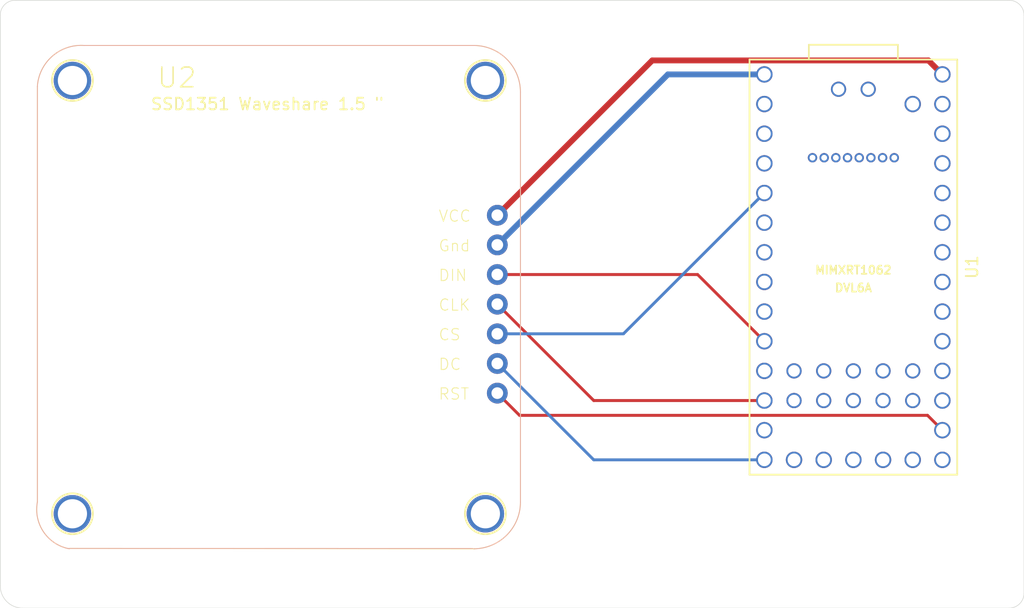
<source format=kicad_pcb>
(kicad_pcb (version 20200628) (host pcbnew "5.99.0-unknown-a61ea1f~89~ubuntu20.04.1")

  (general
    (thickness 1.6)
    (drawings 9)
    (tracks 16)
    (modules 2)
    (nets 45)
  )

  (paper "A4")
  (layers
    (0 "F.Cu" signal)
    (31 "B.Cu" signal)
    (32 "B.Adhes" user)
    (33 "F.Adhes" user)
    (34 "B.Paste" user)
    (35 "F.Paste" user)
    (36 "B.SilkS" user)
    (37 "F.SilkS" user)
    (38 "B.Mask" user)
    (39 "F.Mask" user)
    (40 "Dwgs.User" user)
    (41 "Cmts.User" user)
    (42 "Eco1.User" user)
    (43 "Eco2.User" user)
    (44 "Edge.Cuts" user)
    (45 "Margin" user)
    (46 "B.CrtYd" user)
    (47 "F.CrtYd" user)
    (48 "B.Fab" user)
    (49 "F.Fab" user)
  )

  (setup
    (stackup
      (layer "F.SilkS" (type "Top Silk Screen"))
      (layer "F.Paste" (type "Top Solder Paste"))
      (layer "F.Mask" (type "Top Solder Mask") (color "Green") (thickness 0.01))
      (layer "F.Cu" (type "copper") (thickness 0.035))
      (layer "dielectric 1" (type "core") (thickness 1.51) (material "FR4") (epsilon_r 4.5) (loss_tangent 0.02))
      (layer "B.Cu" (type "copper") (thickness 0.035))
      (layer "B.Mask" (type "Bottom Solder Mask") (color "Green") (thickness 0.01))
      (layer "B.Paste" (type "Bottom Solder Paste"))
      (layer "B.SilkS" (type "Bottom Silk Screen"))
      (copper_finish "None")
      (dielectric_constraints no)
    )
    (pcbplotparams
      (layerselection 0x010fc_ffffffff)
      (usegerberextensions false)
      (usegerberattributes true)
      (usegerberadvancedattributes true)
      (creategerberjobfile true)
      (svguseinch false)
      (svgprecision 6)
      (excludeedgelayer true)
      (linewidth 0.100000)
      (plotframeref false)
      (viasonmask false)
      (mode 1)
      (useauxorigin false)
      (hpglpennumber 1)
      (hpglpenspeed 20)
      (hpglpendiameter 15.000000)
      (psnegative false)
      (psa4output false)
      (plotreference true)
      (plotvalue true)
      (plotinvisibletext false)
      (sketchpadsonfab false)
      (subtractmaskfromsilk false)
      (outputformat 1)
      (mirror false)
      (drillshape 1)
      (scaleselection 1)
      (outputdirectory "")
    )
  )

  (net 0 "")
  (net 1 "Net-(U1-Pad44)")
  (net 2 "Net-(U1-Pad43)")
  (net 3 "Net-(U1-Pad42)")
  (net 4 "Net-(U1-Pad41)")
  (net 5 "Net-(U1-Pad40)")
  (net 6 "Net-(U1-Pad39)")
  (net 7 "Net-(U1-Pad38)")
  (net 8 "Net-(U1-Pad37)")
  (net 9 "Net-(U1-Pad36)")
  (net 10 "Net-(U1-Pad35)")
  (net 11 "Net-(U1-Pad2)")
  (net 12 "Net-(U1-Pad3)")
  (net 13 "Net-(U1-Pad4)")
  (net 14 "Net-(U1-Pad6)")
  (net 15 "Net-(U1-Pad7)")
  (net 16 "Net-(U1-Pad8)")
  (net 17 "Net-(U1-Pad9)")
  (net 18 "Net-(U1-Pad11)")
  (net 19 "Net-(U1-Pad13)")
  (net 20 "Net-(U1-Pad33)")
  (net 21 "Net-(U1-Pad32)")
  (net 22 "Net-(U1-Pad31)")
  (net 23 "Net-(U1-Pad30)")
  (net 24 "Net-(U1-Pad29)")
  (net 25 "Net-(U1-Pad28)")
  (net 26 "Net-(U1-Pad27)")
  (net 27 "Net-(U1-Pad26)")
  (net 28 "Net-(U1-Pad25)")
  (net 29 "Net-(U1-Pad24)")
  (net 30 "Net-(U1-Pad23)")
  (net 31 "Net-(U1-Pad22)")
  (net 32 "Net-(U1-Pad15)")
  (net 33 "Net-(U1-Pad16)")
  (net 34 "Net-(U1-Pad20)")
  (net 35 "Net-(U1-Pad19)")
  (net 36 "Net-(U1-Pad18)")
  (net 37 "Net-(U1-Pad17)")
  (net 38 "Net-(U1-Pad1)")
  (net 39 "Net-(U1-Pad5)")
  (net 40 "Net-(U1-Pad10)")
  (net 41 "Net-(U1-Pad12)")
  (net 42 "Net-(U1-Pad34)")
  (net 43 "Net-(U1-Pad21)")
  (net 44 "Net-(U1-Pad14)")

  (module "Teensy:Teensy40_SMT" (layer "F.Cu") (tedit 5E1880CB) (tstamp 8162b6c0-64fd-40a0-9567-fa49f4a1b1c0)
    (at 972.185 36.195 -90)
    (path "/6616c3fb-93b5-47a8-bfa7-91ec7bef9974")
    (fp_text reference "U1" (at 0 -10.16 90) (layer "F.SilkS")
      (effects (font (size 1 1) (thickness 0.15)))
    )
    (fp_text value "Teensy4.0" (at 0 10.16 90) (layer "F.Fab")
      (effects (font (size 1 1) (thickness 0.15)))
    )
    (fp_text user "MIMXRT1062" (at 0.254 0) (layer "F.SilkS")
      (effects (font (size 0.7 0.7) (thickness 0.15)))
    )
    (fp_text user "DVL6A" (at 1.778 0) (layer "F.SilkS")
      (effects (font (size 0.7 0.7) (thickness 0.15)))
    )
    (fp_line (start 16.51 -8.6) (end 16.51 8.6) (layer "Dwgs.User") (width 0.12))
    (fp_poly (pts (xy -9.5 3.25) (xy -7.5 3.25) (xy -7.5 3.75) (xy -9.5 3.75)) (layer "Eco1.User") (width 0.1))
    (fp_poly (pts (xy -9.5 2.25) (xy -7.5 2.25) (xy -7.5 2.75) (xy -9.5 2.75)) (layer "Eco1.User") (width 0.1))
    (fp_poly (pts (xy -9.5 1.25) (xy -7.5 1.25) (xy -7.5 1.75) (xy -9.5 1.75)) (layer "Eco1.User") (width 0.1))
    (fp_poly (pts (xy -9.5 0.25) (xy -7.5 0.25) (xy -7.5 0.75) (xy -9.5 0.75)) (layer "Eco1.User") (width 0.1))
    (fp_poly (pts (xy -9.5 -0.75) (xy -7.5 -0.75) (xy -7.5 -0.25) (xy -9.5 -0.25)) (layer "Eco1.User") (width 0.1))
    (fp_poly (pts (xy -9.5 -1.75) (xy -7.5 -1.75) (xy -7.5 -1.25) (xy -9.5 -1.25)) (layer "Eco1.User") (width 0.1))
    (fp_poly (pts (xy -9.5 -2.75) (xy -7.5 -2.75) (xy -7.5 -2.25) (xy -9.5 -2.25)) (layer "Eco1.User") (width 0.1))
    (fp_poly (pts (xy -9.5 -3.75) (xy -7.5 -3.75) (xy -7.5 -3.25) (xy -9.5 -3.25)) (layer "Eco1.User") (width 0.1))
    (fp_poly (pts (xy -17.272 -0.762) (xy -14.732 -0.762) (xy -14.732 -1.778) (xy -17.272 -1.778)) (layer "Eco1.User") (width 0.1))
    (fp_poly (pts (xy -17.272 1.778) (xy -14.732 1.778) (xy -14.732 0.762) (xy -17.272 0.762)) (layer "Eco1.User") (width 0.1))
    (fp_poly (pts (xy 6.858 5.588) (xy 9.398 5.588) (xy 9.398 4.572) (xy 6.858 4.572)) (layer "Eco1.User") (width 0.1))
    (fp_poly (pts (xy 6.858 3.048) (xy 9.398 3.048) (xy 9.398 2.032) (xy 6.858 2.032)) (layer "Eco1.User") (width 0.1))
    (fp_poly (pts (xy 6.858 0.508) (xy 9.398 0.508) (xy 9.398 -0.508) (xy 6.858 -0.508)) (layer "Eco1.User") (width 0.1))
    (fp_poly (pts (xy 6.858 -2.032) (xy 9.398 -2.032) (xy 9.398 -3.048) (xy 6.858 -3.048)) (layer "Eco1.User") (width 0.1))
    (fp_poly (pts (xy 6.858 -4.572) (xy 9.398 -4.572) (xy 9.398 -5.588) (xy 6.858 -5.588)) (layer "Eco1.User") (width 0.1))
    (fp_poly (pts (xy 10.922 -4.572) (xy 13.462 -4.572) (xy 13.462 -5.588) (xy 10.922 -5.588)) (layer "Eco1.User") (width 0.1))
    (fp_poly (pts (xy 10.922 -2.032) (xy 13.462 -2.032) (xy 13.462 -3.048) (xy 10.922 -3.048)) (layer "Eco1.User") (width 0.1))
    (fp_poly (pts (xy 10.922 0.508) (xy 13.462 0.508) (xy 13.462 -0.508) (xy 10.922 -0.508)) (layer "Eco1.User") (width 0.1))
    (fp_poly (pts (xy 10.922 3.048) (xy 13.462 3.048) (xy 13.462 2.032) (xy 10.922 2.032)) (layer "Eco1.User") (width 0.1))
    (fp_poly (pts (xy 10.922 5.588) (xy 13.462 5.588) (xy 13.462 4.572) (xy 10.922 4.572)) (layer "Eco1.User") (width 0.1))
    (fp_line (start 13.97 8.6) (end 13.97 -8.6) (layer "Dwgs.User") (width 0.12))
    (fp_line (start 16.51 8.6) (end 13.97 8.6) (layer "Dwgs.User") (width 0.12))
    (fp_line (start 13.97 -8.6) (end 16.51 -8.6) (layer "Dwgs.User") (width 0.12))
    (fp_line (start 11.43 -8.6) (end 8.89 -8.6) (layer "Dwgs.User") (width 0.12))
    (fp_line (start 11.43 8.6) (end 11.43 -8.6) (layer "Dwgs.User") (width 0.12))
    (fp_line (start 8.89 8.6) (end 11.43 8.6) (layer "Dwgs.User") (width 0.12))
    (fp_line (start 8.89 -8.6) (end 8.89 8.6) (layer "Dwgs.User") (width 0.12))
    (fp_line (start 7 -7.64) (end 7 7.6) (layer "Dwgs.User") (width 0.12))
    (fp_line (start -9.39 -7.62) (end 7 -7.6) (layer "Dwgs.User") (width 0.12))
    (fp_line (start -9.39 7.62) (end 7 7.62) (layer "Dwgs.User") (width 0.12))
    (fp_line (start -9.39 -7.62) (end -9.39 7.62) (layer "Dwgs.User") (width 0.12))
    (fp_line (start -17.78 -7.62) (end -17.78 7.62) (layer "Dwgs.User") (width 0.12))
    (fp_line (start -17.78 7.62) (end -15.24 7.62) (layer "Dwgs.User") (width 0.12))
    (fp_line (start -17.78 -7.62) (end -15.24 -7.62) (layer "Dwgs.User") (width 0.12))
    (fp_line (start -15.24 -7.62) (end -15.24 7.62) (layer "Dwgs.User") (width 0.15))
    (fp_line (start -19.05 3.81) (end -17.78 3.81) (layer "F.SilkS") (width 0.15))
    (fp_line (start -19.05 -3.81) (end -19.05 3.81) (layer "F.SilkS") (width 0.15))
    (fp_line (start -17.78 -3.81) (end -19.05 -3.81) (layer "F.SilkS") (width 0.15))
    (fp_line (start 17.78 -8.89) (end -17.78 -8.89) (layer "F.SilkS") (width 0.15))
    (fp_line (start 17.78 8.89) (end 17.78 -8.89) (layer "F.SilkS") (width 0.15))
    (fp_line (start -17.78 8.89) (end 17.78 8.89) (layer "F.SilkS") (width 0.15))
    (fp_line (start -17.78 -8.89) (end -17.78 8.89) (layer "F.SilkS") (width 0.15))
    (pad "13" thru_hole circle (at 13.97 7.62 270) (size 1.404 1.404) (drill 1.1) (layers *.Cu *.Mask)
      (net 19 "Net-(U1-Pad13)") (pinfunction "11_MOSI_CTX1") (tstamp 26945fb8-8a83-4703-94d7-cf67bca1a2ae))
    (pad "33" thru_hole circle (at -16.51 -7.62 270) (size 1.404 1.404) (drill 1.1) (layers *.Cu *.Mask)
      (net 20 "Net-(U1-Pad33)") (pinfunction "VIN") (tstamp c86d6606-625d-48db-9ade-6c71b4b0d633))
    (pad "34" thru_hole circle (at -13.97 -5.08 270) (size 1.404 1.404) (drill 1.1) (layers *.Cu *.Mask)
      (net 42 "Net-(U1-Pad34)") (pinfunction "VUSB") (tstamp c54545bc-6ef2-48eb-9434-3e0f724c8f65))
    (pad "32" thru_hole circle (at -13.97 -7.62 270) (size 1.404 1.404) (drill 1.1) (layers *.Cu *.Mask)
      (net 21 "Net-(U1-Pad32)") (pinfunction "GND") (tstamp e36c9e99-40d0-4417-b158-ffb4bb7160b5))
    (pad "31" thru_hole circle (at -11.43 -7.62 270) (size 1.404 1.404) (drill 1.1) (layers *.Cu *.Mask)
      (net 22 "Net-(U1-Pad31)") (pinfunction "3V3") (tstamp e8737e58-5670-44ed-ac28-91e5f5bcab55))
    (pad "30" thru_hole circle (at -8.89 -7.62 270) (size 1.404 1.404) (drill 1.1) (layers *.Cu *.Mask)
      (net 23 "Net-(U1-Pad30)") (pinfunction "23_A9_CRX1_MCLK1") (tstamp e3d4d740-68e3-4d6d-b96c-bdc1bca61c58))
    (pad "29" thru_hole circle (at -6.35 -7.62 270) (size 1.404 1.404) (drill 1.1) (layers *.Cu *.Mask)
      (net 24 "Net-(U1-Pad29)") (pinfunction "22_A8_CTX1") (tstamp 38950a07-2a26-44ec-9c61-7f3ebbec23f6))
    (pad "28" thru_hole circle (at -3.81 -7.62 270) (size 1.404 1.404) (drill 1.1) (layers *.Cu *.Mask)
      (net 25 "Net-(U1-Pad28)") (pinfunction "21_A7_RX5_BCLK1") (tstamp 8173d44c-aff6-480a-8f50-3030d0fa2f57))
    (pad "27" thru_hole circle (at -1.27 -7.62 270) (size 1.404 1.404) (drill 1.1) (layers *.Cu *.Mask)
      (net 26 "Net-(U1-Pad27)") (pinfunction "20_A6_TX5_LRCLK1") (tstamp 8e5ea44f-b17d-499c-ad93-3e329eccff00))
    (pad "26" thru_hole circle (at 1.27 -7.62 270) (size 1.404 1.404) (drill 1.1) (layers *.Cu *.Mask)
      (net 27 "Net-(U1-Pad26)") (pinfunction "19_A5_SCL0") (tstamp 1ec6087b-18c6-433a-80a1-90a9a41f5ee8))
    (pad "25" thru_hole circle (at 3.81 -7.62 270) (size 1.404 1.404) (drill 1.1) (layers *.Cu *.Mask)
      (net 28 "Net-(U1-Pad25)") (pinfunction "18_A4_SDA0") (tstamp 1b2b02a1-eeb9-4895-a4b6-fabc6c695a6c))
    (pad "24" thru_hole circle (at 6.35 -7.62 270) (size 1.404 1.404) (drill 1.1) (layers *.Cu *.Mask)
      (net 29 "Net-(U1-Pad24)") (pinfunction "17_A3_TX4_SDA1") (tstamp d3f55665-7cc2-4abb-ae61-00dc9a1f41bd))
    (pad "23" thru_hole circle (at 8.89 -7.62 270) (size 1.404 1.404) (drill 1.1) (layers *.Cu *.Mask)
      (net 30 "Net-(U1-Pad23)") (pinfunction "16_A2_RX4_SCL1") (tstamp 1354a1d2-06ba-48c3-9a9e-06cd578fe954))
    (pad "22" thru_hole circle (at 11.43 -7.62 270) (size 1.404 1.404) (drill 1.1) (layers *.Cu *.Mask)
      (net 31 "Net-(U1-Pad22)") (pinfunction "15_A1_RX3_SPDIF_IN") (tstamp b087916e-7a96-41b4-8ef1-70f82197ca3a))
    (pad "21" thru_hole circle (at 13.97 -7.62 270) (size 1.404 1.404) (drill 1.1) (layers *.Cu *.Mask)
      (net 43 "Net-(U1-Pad21)") (pinfunction "14_A0_TX3_SPDIF_OUT") (tstamp 60e828a0-f0c9-4d80-ac05-25f42d1dac65))
    (pad "20" thru_hole circle (at 16.51 -7.62 270) (size 1.404 1.404) (drill 1.1) (layers *.Cu *.Mask)
      (net 34 "Net-(U1-Pad20)") (pinfunction "13_SCK_CRX1_LED") (tstamp ee390555-9d64-4cae-8e58-418400dda297))
    (pad "19" thru_hole circle (at 16.51 -5.08 270) (size 1.404 1.404) (drill 1.1) (layers *.Cu *.Mask)
      (net 35 "Net-(U1-Pad19)") (pinfunction "ON_OFF") (tstamp 4751cda9-a559-46f3-b4d5-06efed655267))
    (pad "18" thru_hole circle (at 16.51 -2.54 270) (size 1.404 1.404) (drill 1.1) (layers *.Cu *.Mask)
      (net 36 "Net-(U1-Pad18)") (pinfunction "PROGRAM") (tstamp 25e526c3-15c7-4109-aa77-05bd640d0e3d))
    (pad "17" thru_hole circle (at 16.51 0 270) (size 1.404 1.404) (drill 1.1) (layers *.Cu *.Mask)
      (net 37 "Net-(U1-Pad17)") (pinfunction "GND") (tstamp 3bf72dde-1a0d-47f2-b6c7-47f7b7ada485))
    (pad "16" thru_hole circle (at 16.51 2.54 270) (size 1.404 1.404) (drill 1.1) (layers *.Cu *.Mask)
      (net 33 "Net-(U1-Pad16)") (pinfunction "3V3") (tstamp 2b08cff2-331d-4e2c-8db2-9a032e75944d))
    (pad "15" thru_hole circle (at 16.51 5.08 270) (size 1.404 1.404) (drill 1.1) (layers *.Cu *.Mask)
      (net 32 "Net-(U1-Pad15)") (pinfunction "VBAT") (tstamp db1803c9-b689-4154-a7d7-c942dca6ca96))
    (pad "14" thru_hole circle (at 16.51 7.62 270) (size 1.404 1.404) (drill 1.1) (layers *.Cu *.Mask)
      (net 44 "Net-(U1-Pad14)") (pinfunction "12_MISO_MQSL") (tstamp 5691f6a7-c461-4b39-8885-36dd92b23eed))
    (pad "12" thru_hole circle (at 11.43 7.62 270) (size 1.404 1.404) (drill 1.1) (layers *.Cu *.Mask)
      (net 41 "Net-(U1-Pad12)") (pinfunction "10_CS_MQSR") (tstamp a34b5e9b-1f37-40f1-b258-e875d31afcc3))
    (pad "11" thru_hole circle (at 8.89 7.62 270) (size 1.404 1.404) (drill 1.1) (layers *.Cu *.Mask)
      (net 18 "Net-(U1-Pad11)") (pinfunction "9_OUT1C") (tstamp db073180-75d6-41fa-999b-0071f1e9f792))
    (pad "10" thru_hole circle (at 6.35 7.62 270) (size 1.404 1.404) (drill 1.1) (layers *.Cu *.Mask)
      (net 40 "Net-(U1-Pad10)") (pinfunction "8_TX2_IN1") (tstamp 29ab593f-4414-44a8-afd3-fe85d100731d))
    (pad "9" thru_hole circle (at 3.81 7.62 270) (size 1.404 1.404) (drill 1.1) (layers *.Cu *.Mask)
      (net 17 "Net-(U1-Pad9)") (pinfunction "7_RX2_OUT1A") (tstamp 4fa650be-1828-4f82-a332-fcedb37d2a2c))
    (pad "8" thru_hole circle (at 1.27 7.62 270) (size 1.404 1.404) (drill 1.1) (layers *.Cu *.Mask)
      (net 16 "Net-(U1-Pad8)") (pinfunction "6_OUT1D") (tstamp 31b83661-ab69-498a-82ee-141daf461253))
    (pad "7" thru_hole circle (at -1.27 7.62 270) (size 1.404 1.404) (drill 1.1) (layers *.Cu *.Mask)
      (net 15 "Net-(U1-Pad7)") (pinfunction "5_IN2") (tstamp e0f375ad-42cf-494f-9e41-a9ecdc82870c))
    (pad "6" thru_hole circle (at -3.81 7.62 270) (size 1.404 1.404) (drill 1.1) (layers *.Cu *.Mask)
      (net 14 "Net-(U1-Pad6)") (pinfunction "4_BCLK2") (tstamp 603bebd8-9fff-4d05-b771-f12fa4e96ce9))
    (pad "5" thru_hole circle (at -6.35 7.62 270) (size 1.404 1.404) (drill 1.1) (layers *.Cu *.Mask)
      (net 39 "Net-(U1-Pad5)") (pinfunction "3_LRCLK2") (tstamp 35810e5e-8b4a-44a4-a8e1-a0856b7e6517))
    (pad "4" thru_hole circle (at -8.89 7.62 270) (size 1.404 1.404) (drill 1.1) (layers *.Cu *.Mask)
      (net 13 "Net-(U1-Pad4)") (pinfunction "2_OUT2") (tstamp cc4b7ae7-cba9-4d4c-a428-1335c674ae25))
    (pad "3" thru_hole circle (at -11.43 7.62 270) (size 1.404 1.404) (drill 1.1) (layers *.Cu *.Mask)
      (net 12 "Net-(U1-Pad3)") (pinfunction "1_TX1_CTX2_MISO1") (tstamp c1c60ab6-01b2-4eba-b03e-b4e34a47997f))
    (pad "54" thru_hole circle (at -15.24 1.27 270) (size 1.304 1.304) (drill 1) (layers *.Cu *.Mask) (tstamp 674cf0ec-da74-406e-aacc-8fcccf52ef0c))
    (pad "53" thru_hole circle (at -15.24 -1.27 270) (size 1.304 1.304) (drill 1) (layers *.Cu *.Mask) (tstamp 31c5b070-77ad-4891-91d0-6cbd5033cae5))
    (pad "52" thru_hole circle (at -9.3716 3.5 270) (size 0.804 0.804) (drill 0.5) (layers *.Cu *.Mask) (tstamp 67370d80-2677-44ac-955e-1e2f629feb36))
    (pad "51" thru_hole circle (at -9.3716 2.5 270) (size 0.804 0.804) (drill 0.5) (layers *.Cu *.Mask) (tstamp c9dfdd3a-4e90-4e5c-a53c-0cf2eae13b4c))
    (pad "50" thru_hole circle (at -9.3716 1.5 270) (size 0.804 0.804) (drill 0.5) (layers *.Cu *.Mask) (tstamp 38b9079b-7b32-4bbb-a5b9-593d6592b1ad))
    (pad "49" thru_hole circle (at -9.3716 0.5 270) (size 0.804 0.804) (drill 0.5) (layers *.Cu *.Mask) (tstamp a242bf03-7c68-4506-bf9d-bcbff21a9c56))
    (pad "48" thru_hole circle (at -9.3716 -0.5 270) (size 0.804 0.804) (drill 0.5) (layers *.Cu *.Mask) (tstamp 3f18951d-72ad-427f-8196-472b1afcf9f7))
    (pad "47" thru_hole circle (at -9.3716 -1.5 270) (size 0.804 0.804) (drill 0.5) (layers *.Cu *.Mask) (tstamp 6d32cc04-7607-4843-9f50-1d11a9859b0d))
    (pad "46" thru_hole circle (at -9.3716 -2.5 270) (size 0.804 0.804) (drill 0.5) (layers *.Cu *.Mask) (tstamp 7eff09c9-5e9d-41dd-9b5e-60f789dbb894))
    (pad "45" thru_hole circle (at -9.3716 -3.5 270) (size 0.804 0.804) (drill 0.5) (layers *.Cu *.Mask) (tstamp 76f94e17-c395-4267-8ae3-6c0503f4126b))
    (pad "44" thru_hole circle (at 8.89 5.08 270) (size 1.304 1.304) (drill 1) (layers *.Cu *.Mask)
      (net 1 "Net-(U1-Pad44)") (pinfunction "33_MCLK2") (tstamp f5f9680c-1f2a-47da-9dd9-4e2b10a4838c))
    (pad "43" thru_hole circle (at 11.43 5.08 270) (size 1.304 1.304) (drill 1) (layers *.Cu *.Mask)
      (net 2 "Net-(U1-Pad43)") (pinfunction "32_OUT1B") (tstamp 854669e4-cdba-46dd-93a2-15fa08206fef))
    (pad "42" thru_hole circle (at 8.89 2.54 270) (size 1.304 1.304) (drill 1) (layers *.Cu *.Mask)
      (net 3 "Net-(U1-Pad42)") (pinfunction "31_CTX3") (tstamp 8481365c-aa6f-488d-a179-38edf4bf7e4d))
    (pad "41" thru_hole circle (at 11.43 2.54 270) (size 1.304 1.304) (drill 1) (layers *.Cu *.Mask)
      (net 4 "Net-(U1-Pad41)") (pinfunction "30_CRX3") (tstamp dc7efc03-c880-41b1-868d-f86fa4ca8e4d))
    (pad "40" thru_hole circle (at 8.89 0 270) (size 1.304 1.304) (drill 1) (layers *.Cu *.Mask)
      (net 5 "Net-(U1-Pad40)") (pinfunction "29_TX7") (tstamp 6b6cf741-8250-4fd9-a6ea-d5d3d7ee5574))
    (pad "39" thru_hole circle (at 11.43 0 270) (size 1.304 1.304) (drill 1) (layers *.Cu *.Mask)
      (net 6 "Net-(U1-Pad39)") (pinfunction "28_RX7") (tstamp 8277365b-30e6-4d28-bbe7-f4d531119e2f))
    (pad "38" thru_hole circle (at 8.89 -2.54 270) (size 1.304 1.304) (drill 1) (layers *.Cu *.Mask)
      (net 7 "Net-(U1-Pad38)") (pinfunction "27_A13_SCK1") (tstamp 1a630da5-880b-4a32-b6fb-7b07c509be12))
    (pad "37" thru_hole circle (at 11.43 -2.54 270) (size 1.304 1.304) (drill 1) (layers *.Cu *.Mask)
      (net 8 "Net-(U1-Pad37)") (pinfunction "26_A12_MOSI1") (tstamp 7cde2afa-913f-4b8a-8ab8-610cd8f81ccb))
    (pad "36" thru_hole circle (at 8.89 -5.08 270) (size 1.304 1.304) (drill 1) (layers *.Cu *.Mask)
      (net 9 "Net-(U1-Pad36)") (pinfunction "25_A11_RX6_SDA2") (tstamp 855751cf-f4d1-4441-a474-0d2af2ecca99))
    (pad "35" thru_hole circle (at 11.43 -5.08 270) (size 1.304 1.304) (drill 1) (layers *.Cu *.Mask)
      (net 10 "Net-(U1-Pad35)") (pinfunction "24_A10_TX6_SCL2") (tstamp 0129b20f-9cc4-449d-9423-50df90b308d8))
    (pad "2" thru_hole circle (at -13.97 7.62 270) (size 1.404 1.404) (drill 1.1) (layers *.Cu *.Mask)
      (net 11 "Net-(U1-Pad2)") (pinfunction "0_RX1_CRX2_CS1") (tstamp ab4033ed-4ba9-4dfa-8354-33a7ace11f51))
    (pad "1" thru_hole circle (at -16.51 7.62 270) (size 1.404 1.404) (drill 1.1) (layers *.Cu *.Mask)
      (net 38 "Net-(U1-Pad1)") (pinfunction "GND") (tstamp 8f7eea99-72ef-4d68-815b-865690b519db))
    (model "${KICAD_USER_DIR}/teensy.pretty/Teensy_4.0_Assembly.STEP"
      (offset (xyz 33 9.5 -11))
      (scale (xyz 1 1 1))
      (rotate (xyz -90 0 0))
    )
  )

  (module "DWP2020 prototype:SSD1351_128X128_LCD Waveshare" (layer "F.Cu") (tedit 5EEE05CA) (tstamp 2c088d78-a7f8-42f8-979b-24cc79aaf06c)
    (at 921.385 37.465)
    (path "/74572b16-3584-4479-b044-a465da731b08")
    (fp_text reference "U2" (at -8.89 -16.51) (layer "F.SilkS")
      (effects (font (size 1.6891 1.6891) (thickness 0.135128)) (justify left bottom))
    )
    (fp_text value "SSD1351_128X128_Waveshare" (at 0 0) (layer "F.SilkS") hide
      (effects (font (size 1.27 1.27) (thickness 0.15)))
    )
    (fp_text user "CS" (at 15.24 5.08) (layer "F.SilkS")
      (effects (font (size 0.9652 0.9652) (thickness 0.08128)) (justify left bottom))
    )
    (fp_poly (pts (xy 20.066009 4.699009) (xy 20.574009 4.699009) (xy 20.574009 4.191009) (xy 20.066009 4.191009)) (layer "F.Fab") (width 0))
    (fp_poly (pts (xy 20.066009 7.239009) (xy 20.574009 7.239009) (xy 20.574009 6.731009) (xy 20.066009 6.731009)) (layer "F.Fab") (width 0))
    (fp_circle (center -16.05 -17.26) (end -15.05 -17.26) (layer "B.CrtYd") (width 2.032))
    (fp_circle (center -16.05 -17.26) (end -15.05 -17.26) (layer "F.CrtYd") (width 2.032))
    (fp_circle (center -16.05 -17.26) (end -14.3 -17.26) (layer "F.SilkS") (width 0.1524))
    (fp_circle (center 19.3 19.86) (end 20.3 19.86) (layer "B.CrtYd") (width 2.032))
    (fp_circle (center 19.3 19.86) (end 20.3 19.86) (layer "F.CrtYd") (width 2.032))
    (fp_circle (center 19.3 19.86) (end 21.05 19.86) (layer "F.SilkS") (width 0.1524))
    (fp_circle (center -16.05 19.86) (end -15.05 19.86) (layer "B.CrtYd") (width 2.032))
    (fp_circle (center -16.05 19.86) (end -15.05 19.86) (layer "F.CrtYd") (width 2.032))
    (fp_circle (center -16.05 19.86) (end -14.3 19.86) (layer "F.SilkS") (width 0.1524))
    (fp_circle (center 19.3 -17.26) (end 20.3 -17.26) (layer "B.CrtYd") (width 2.032))
    (fp_circle (center 19.3 -17.26) (end 20.3 -17.26) (layer "F.CrtYd") (width 2.032))
    (fp_circle (center 19.3 -17.26) (end 21.05 -17.26) (layer "F.SilkS") (width 0.1524))
    (fp_poly (pts (xy 20.06601 -2.920991) (xy 20.57401 -2.920991) (xy 20.57401 -3.428991) (xy 20.06601 -3.428991)) (layer "F.Fab") (width 0))
    (fp_poly (pts (xy 20.066009 9.779009) (xy 20.574009 9.779009) (xy 20.574009 9.271009) (xy 20.066009 9.271009)) (layer "F.Fab") (width 0))
    (fp_poly (pts (xy 20.06601 2.159009) (xy 20.57401 2.159009) (xy 20.57401 1.651009) (xy 20.06601 1.651009)) (layer "F.Fab") (width 0))
    (fp_poly (pts (xy 20.06601 -0.380991) (xy 20.57401 -0.380991) (xy 20.57401 -0.888991) (xy 20.06601 -0.888991)) (layer "F.Fab") (width 0))
    (fp_poly (pts (xy 20.06601 -5.460991) (xy 20.57401 -5.460991) (xy 20.57401 -5.968991) (xy 20.06601 -5.968991)) (layer "F.Fab") (width 0))
    (fp_text user "CLK" (at 15.24 2.54) (layer "F.SilkS")
      (effects (font (size 0.9652 0.9652) (thickness 0.08128)) (justify left bottom))
    )
    (fp_text user "RST" (at 15.24 10.16) (layer "F.SilkS")
      (effects (font (size 0.9652 0.9652) (thickness 0.08128)) (justify left bottom))
    )
    (fp_text user "DC" (at 15.24 7.62) (layer "F.SilkS")
      (effects (font (size 0.9652 0.9652) (thickness 0.08128)) (justify left bottom))
    )
    (fp_text user "DIN" (at 15.24 0) (layer "F.SilkS")
      (effects (font (size 0.9652 0.9652) (thickness 0.08128)) (justify left bottom))
    )
    (fp_text user "VCC" (at 15.24 -5.08) (layer "F.SilkS")
      (effects (font (size 0.9652 0.9652) (thickness 0.08128)) (justify left bottom))
    )
    (fp_text user "Gnd" (at 15.24 -2.54) (layer "F.SilkS")
      (effects (font (size 0.9652 0.9652) (thickness 0.08128)) (justify left bottom))
    )
    (fp_line (start 18.206468 22.834625) (end -16.447431 22.829253) (layer "B.SilkS") (width 0.080009))
    (fp_arc (start -15.685007 19.495007) (end -19.05 18.860009) (angle -89.999961) (layer "B.SilkS") (width 0.080009))
    (fp_arc (start 18.300013 18.860007) (end 18.299987 22.86) (angle -90.000363) (layer "B.SilkS") (width 0.080009))
    (fp_line (start 22.300006 -16.259987) (end 22.300006 18.860009) (layer "B.SilkS") (width 0.080009))
    (fp_arc (start 18.300013 -16.260013) (end 22.300006 -16.259987) (angle -90.000766) (layer "B.SilkS") (width 0.080009))
    (fp_line (start -15.050009 -20.260006) (end 18.299987 -20.260006) (layer "B.SilkS") (width 0.080009))
    (fp_arc (start -15.299988 -16.509991) (end -15.050009 -20.260006) (angle -89.999384) (layer "B.SilkS") (width 0.080009))
    (fp_line (start -19.05 18.860009) (end -19.05 -16.760012) (layer "B.SilkS") (width 0.080009))
    (fp_line (start 18.365337 22.8664) (end -16.257765 22.82925) (layer "F.SilkS") (width 0.080009))
    (fp_arc (start -15.685007 19.495007) (end -19.05 18.860009) (angle -89.999961) (layer "F.SilkS") (width 0.080009))
    (fp_arc (start 18.300013 18.860007) (end 18.299987 22.86) (angle -90.000363) (layer "F.SilkS") (width 0.080009))
    (fp_line (start 22.300006 -16.259987) (end 22.300006 18.860009) (layer "F.SilkS") (width 0.080009))
    (fp_arc (start 18.300013 -16.260013) (end 22.300006 -16.259987) (angle -90.000766) (layer "F.SilkS") (width 0.080009))
    (fp_line (start -15.050009 -20.260006) (end 18.299987 -20.260006) (layer "F.SilkS") (width 0.080009))
    (fp_arc (start -15.299988 -16.509991) (end -15.050009 -20.260006) (angle -89.999384) (layer "F.SilkS") (width 0.080009))
    (fp_line (start -19.05 18.860009) (end -19.05 -16.760012) (layer "F.SilkS") (width 0.080009))
    (pad "JP1$6" thru_hole circle (at 20.32 6.985 90) (size 1.778 1.778) (drill 1) (layers *.Cu *.Mask)
      (net 44 "Net-(U1-Pad14)") (pinfunction "DC") (solder_mask_margin 0.1016) (tstamp f2ffee76-3d1c-4e5e-8457-f3a1e731f55b))
    (pad "JP1$5" thru_hole circle (at 20.32 4.445 90) (size 1.778 1.778) (drill 1) (layers *.Cu *.Mask)
      (net 39 "Net-(U1-Pad5)") (pinfunction "CS") (solder_mask_margin 0.1016) (tstamp 165f0541-a537-481f-990a-f2cb8889ea5f))
    (pad "U$26$P$1" thru_hole circle (at -16.050006 -17.260012) (size 3.2 3.2) (drill 2.5) (layers *.Cu *.Mask)
      (solder_mask_margin 0.1016) (tstamp 2d156834-a748-4a33-8aed-71ab6ea4b57f))
    (pad "U$25$P$1" thru_hole circle (at 19.300012 19.860006) (size 3.2 3.2) (drill 2.5) (layers *.Cu *.Mask)
      (solder_mask_margin 0.1016) (tstamp c585a236-bb4d-4736-98c0-c85a10664390))
    (pad "U$24$P$1" thru_hole circle (at -16.050006 19.860006) (size 3.2 3.2) (drill 2.5) (layers *.Cu *.Mask)
      (solder_mask_margin 0.1016) (tstamp b2b0cb78-6571-4030-90db-2b35ad5db6dc))
    (pad "U$23$P$1" thru_hole circle (at 19.300012 -17.260012) (size 3.2 3.2) (drill 2.5) (layers *.Cu *.Mask)
      (solder_mask_margin 0.1016) (tstamp 4b6d7bb5-b8bb-4325-89ed-c6dd18dc9ae8))
    (pad "JP1$2" thru_hole circle (at 20.32 -3.175 90) (size 1.778 1.778) (drill 1) (layers *.Cu *.Mask)
      (net 38 "Net-(U1-Pad1)") (pinfunction "GND") (solder_mask_margin 0.1016) (tstamp 5d0d1f9c-0817-4c0a-8820-96b1a659e797))
    (pad "JP1$1" thru_hole circle (at 20.32 -5.715 90) (size 1.778 1.778) (drill 1) (layers *.Cu *.Mask)
      (net 20 "Net-(U1-Pad33)") (pinfunction "VCC") (solder_mask_margin 0.1016) (tstamp dfecb0cd-8f87-406f-9ab4-59cac6fb7c7f))
    (pad "JP1$3" thru_hole circle (at 20.32 -0.635 90) (size 1.778 1.778) (drill 1) (layers *.Cu *.Mask)
      (net 40 "Net-(U1-Pad10)") (pinfunction "DIN") (solder_mask_margin 0.1016) (tstamp f73e2873-10d4-4a20-ad9c-6cfded4bee40))
    (pad "JP1$4" thru_hole circle (at 20.32 1.905 90) (size 1.778 1.778) (drill 1) (layers *.Cu *.Mask)
      (net 41 "Net-(U1-Pad12)") (pinfunction "CLK") (solder_mask_margin 0.1016) (tstamp 3e663628-8a0d-4905-98e6-1852e7d0b5bb))
    (pad "JP1$7" thru_hole circle (at 20.32 9.525 90) (size 1.778 1.778) (drill 1) (layers *.Cu *.Mask)
      (net 43 "Net-(U1-Pad21)") (pinfunction "RST") (solder_mask_margin 0.1016) (tstamp ec75275a-9617-40c7-810b-5a4f8bcbe3d8))
  )

  (gr_text "SSD1351 Waveshare 1.5 \"" (at 922.02 22.225) (layer "F.SilkS") (tstamp 0d5edf67-c445-4965-bf31-9477bcd76d91)
    (effects (font (size 1 1) (thickness 0.15)))
  )
  (gr_arc (start 985.52 14.605) (end 986.79 14.605) (angle -90) (layer "Edge.Cuts") (width 0.05) (tstamp 6cba5782-a058-4efb-bcac-3bfe314fb4b1))
  (gr_arc (start 985.52 64.135) (end 985.52 65.405) (angle -90) (layer "Edge.Cuts") (width 0.05) (tstamp 2d72d6fd-27d9-4aad-8c07-7158a9c5440e))
  (gr_arc (start 901.065 63.5) (end 899.16 63.5) (angle -90) (layer "Edge.Cuts") (width 0.05) (tstamp 9eedfe24-7e8d-429d-a0aa-1af82560f387))
  (gr_arc (start 900.43 14.605) (end 900.43 13.335) (angle -90) (layer "Edge.Cuts") (width 0.05) (tstamp cb1aef47-eb67-4fac-97c6-b33cc69de9d7))
  (gr_line (start 899.16 63.5) (end 899.16 14.605) (layer "Edge.Cuts") (width 0.05) (tstamp 720884e2-bdcb-44b9-9eee-f8cdc357e539))
  (gr_line (start 985.52 65.405) (end 901.065 65.405) (layer "Edge.Cuts") (width 0.05) (tstamp 658e607b-aaed-49b8-b536-b62423519848))
  (gr_line (start 986.79 14.605) (end 986.79 64.135) (layer "Edge.Cuts") (width 0.05) (tstamp 16f10557-75ae-40f3-8594-de21794e11e0))
  (gr_line (start 900.43 13.335) (end 985.52 13.335) (layer "Edge.Cuts") (width 0.05) (tstamp 1897c2b1-6b7c-451f-9cd0-fb333cdd0f85))

  (segment (start 949.96 52.705) (end 964.565 52.705) (width 0.25) (layer "B.Cu") (net 44) (tstamp 18c0317f-d603-4351-b29a-caa13aa7f5b2))
  (segment (start 941.705 44.45) (end 949.96 52.705) (width 0.25) (layer "B.Cu") (net 44) (tstamp 790a945d-cffc-43da-a003-67ce3f5869e9))
  (segment (start 978.535 48.895) (end 979.805 50.165) (width 0.25) (layer "F.Cu") (net 43) (tstamp 480a2645-02e6-4c2a-ae36-9a7633b28a40))
  (segment (start 943.61 48.895) (end 978.535 48.895) (width 0.25) (layer "F.Cu") (net 43) (tstamp 472f552f-8f0f-4a4b-a393-f7e03d10f9a4))
  (segment (start 941.705 46.99) (end 943.61 48.895) (width 0.25) (layer "F.Cu") (net 43) (tstamp 1146b686-6af3-466a-a3a1-1c10f8b29d68))
  (segment (start 949.96 47.625) (end 964.565 47.625) (width 0.25) (layer "F.Cu") (net 41) (tstamp 24dd682d-5760-41e0-8f2f-5e91ad97e391))
  (segment (start 941.705 39.37) (end 949.96 47.625) (width 0.25) (layer "F.Cu") (net 41) (tstamp 9888e2a2-cd6b-4312-a1f2-9911c7ed463f))
  (segment (start 958.85 36.83) (end 964.565 42.545) (width 0.25) (layer "F.Cu") (net 40) (tstamp e0ccdbb9-fecc-44dc-bd19-77a9b765a2ec))
  (segment (start 941.705 36.83) (end 958.85 36.83) (width 0.25) (layer "F.Cu") (net 40) (tstamp 95efa9cc-95ad-42de-89e1-2eb0212207f4))
  (segment (start 952.5 41.91) (end 964.565 29.845) (width 0.25) (layer "B.Cu") (net 39) (tstamp 5cf71e6a-b931-4b30-8794-5cf5463ce8c2))
  (segment (start 941.705 41.91) (end 952.5 41.91) (width 0.25) (layer "B.Cu") (net 39) (tstamp 3fe8fadc-c958-4374-bcb3-ba5b09ce2a31))
  (segment (start 956.31 19.685) (end 964.565 19.685) (width 0.5) (layer "B.Cu") (net 38) (tstamp fa90a72e-951e-4e85-a83e-5a4727cd04e2))
  (segment (start 941.705 34.29) (end 956.31 19.685) (width 0.5) (layer "B.Cu") (net 38) (tstamp 324e0f0b-0203-49b9-beb6-6f7dc48ed976))
  (segment (start 978.607 18.487) (end 979.805 19.685) (width 0.5) (layer "F.Cu") (net 20) (tstamp 1c7670e5-b7a4-4c7e-8375-340ce56239a2))
  (segment (start 954.968 18.487) (end 978.607 18.487) (width 0.5) (layer "F.Cu") (net 20) (tstamp 43ec4f85-7f9c-4661-9727-dc57aa9fbb36))
  (segment (start 941.705 31.75) (end 954.968 18.487) (width 0.5) (layer "F.Cu") (net 20) (tstamp 7edcc697-03bc-437f-b868-c0fb18d07fde))

)

</source>
